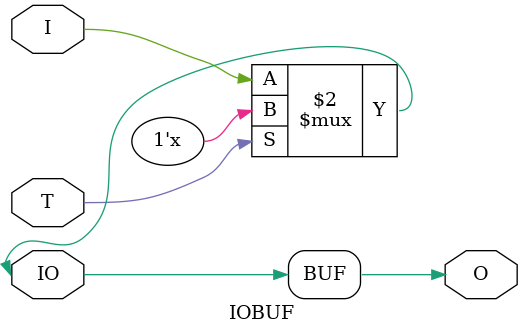
<source format=v>
module IOBUF (O, IO, I, T);

    parameter CAPACITANCE = "DONT_CARE";
    parameter integer DRIVE = 12;
    parameter IBUF_DELAY_VALUE = "0";
    parameter IBUF_LOW_PWR = "TRUE";
    parameter IFD_DELAY_VALUE = "AUTO";
    parameter IOSTANDARD = "DEFAULT";
    parameter SLEW = "SLOW";

    output O;
    inout  IO;
    input  I, T;

   assign IO = ~T ? I : 1'bz;
   assign O = IO;
    
endmodule
</source>
